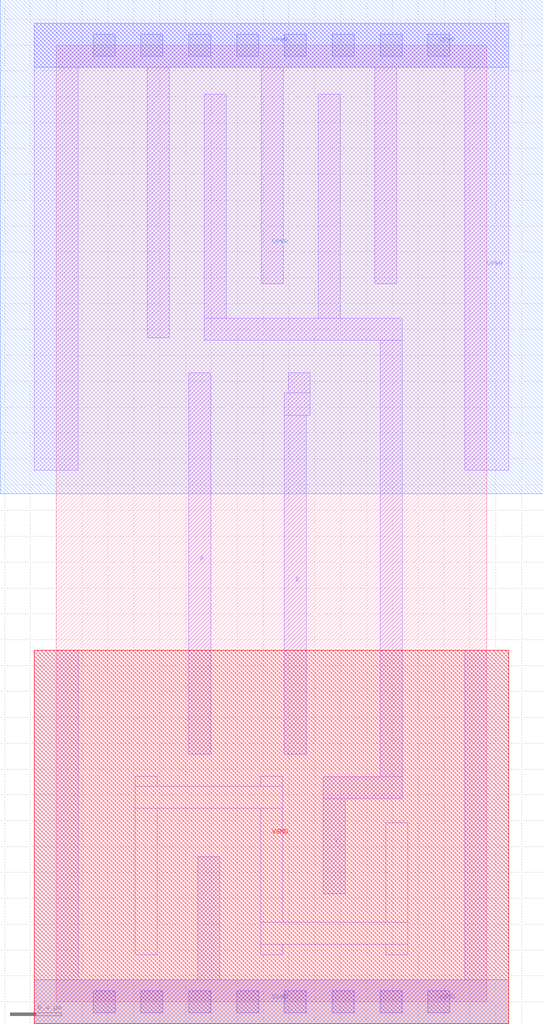
<source format=lef>
VERSION 5.7 ;
  NOWIREEXTENSIONATPIN ON ;
  DIVIDERCHAR "/" ;
  BUSBITCHARS "[]" ;
MACRO NAND2X1
  CLASS CORE ;
  FOREIGN NAND2X1 ;
  ORIGIN 0.000 0.000 ;
  SIZE 3.330 BY 7.400 ;
  SYMMETRY X Y R90 ;
  SITE unithd                                                            ;
  PIN Y
    DIRECTION OUTPUT ;
    USE SIGNAL ;
    ANTENNADIFFAREA 1.351900 ;
    PORT
      LAYER li1 ;
        RECT 1.145 5.285 1.315 7.020 ;
        RECT 2.025 5.285 2.195 7.020 ;
        RECT 1.145 5.115 2.675 5.285 ;
        RECT 2.505 1.740 2.675 5.115 ;
        RECT 2.065 1.570 2.675 1.740 ;
        RECT 2.065 0.835 2.235 1.570 ;
    END
  END Y
  PIN A
    DIRECTION INPUT ;
    USE SIGNAL ;
    ANTENNAGATEAREA 1.033250 ;
    PORT
      LAYER li1 ;
        RECT 1.025 1.915 1.195 4.865 ;
    END
  END A
  PIN B
    DIRECTION INPUT ;
    USE SIGNAL ;
    ANTENNAGATEAREA 1.027250 ;
    PORT
      LAYER li1 ;
        RECT 1.795 4.710 1.965 4.865 ;
        RECT 1.765 4.535 1.965 4.710 ;
        RECT 1.765 1.915 1.935 4.535 ;
    END
  END B
  PIN VPWR
    DIRECTION INOUT ;
    USE POWER ;
    SHAPE ABUTMENT ;
    PORT
      LAYER nwell ;
        RECT -0.435 3.930 3.765 7.750 ;
      LAYER li1 ;
        RECT -0.170 7.230 3.500 7.570 ;
        RECT -0.170 4.110 0.170 7.230 ;
        RECT 0.705 5.135 0.875 7.230 ;
        RECT 1.585 5.555 1.755 7.230 ;
        RECT 2.465 5.555 2.635 7.230 ;
        RECT 3.160 4.110 3.500 7.230 ;
      LAYER mcon ;
        RECT 0.285 7.315 0.455 7.485 ;
        RECT 0.655 7.315 0.825 7.485 ;
        RECT 1.025 7.315 1.195 7.485 ;
        RECT 1.395 7.315 1.565 7.485 ;
        RECT 1.765 7.315 1.935 7.485 ;
        RECT 2.135 7.315 2.305 7.485 ;
        RECT 2.505 7.315 2.675 7.485 ;
        RECT 2.875 7.315 3.045 7.485 ;
      LAYER met1 ;
        RECT -0.170 7.230 3.500 7.570 ;
    END
  END VPWR
  PIN VGND
    DIRECTION INOUT ;
    USE GROUND ;
    SHAPE ABUTMENT ;
    PORT
      LAYER pwell ;
        RECT -0.170 -0.170 3.500 2.720 ;
      LAYER li1 ;
        RECT -0.170 0.170 0.170 2.720 ;
        RECT 1.095 0.170 1.265 1.120 ;
        RECT 3.160 0.170 3.500 2.720 ;
        RECT -0.170 -0.170 3.500 0.170 ;
      LAYER mcon ;
        RECT 0.285 -0.085 0.455 0.085 ;
        RECT 0.655 -0.085 0.825 0.085 ;
        RECT 1.025 -0.085 1.195 0.085 ;
        RECT 1.395 -0.085 1.565 0.085 ;
        RECT 1.765 -0.085 1.935 0.085 ;
        RECT 2.135 -0.085 2.305 0.085 ;
        RECT 2.505 -0.085 2.675 0.085 ;
        RECT 2.875 -0.085 3.045 0.085 ;
      LAYER met1 ;
        RECT -0.170 -0.170 3.500 0.170 ;
    END
  END VGND
  OBS
      LAYER li1 ;
        RECT 0.610 1.665 0.780 1.745 ;
        RECT 1.580 1.665 1.750 1.745 ;
        RECT 0.610 1.495 1.750 1.665 ;
        RECT 0.610 0.365 0.780 1.495 ;
        RECT 1.580 0.615 1.750 1.495 ;
        RECT 2.550 0.615 2.720 1.385 ;
        RECT 1.580 0.445 2.720 0.615 ;
        RECT 1.580 0.365 1.750 0.445 ;
        RECT 2.550 0.365 2.720 0.445 ;
  END
END NAND2X1
END LIBRARY


</source>
